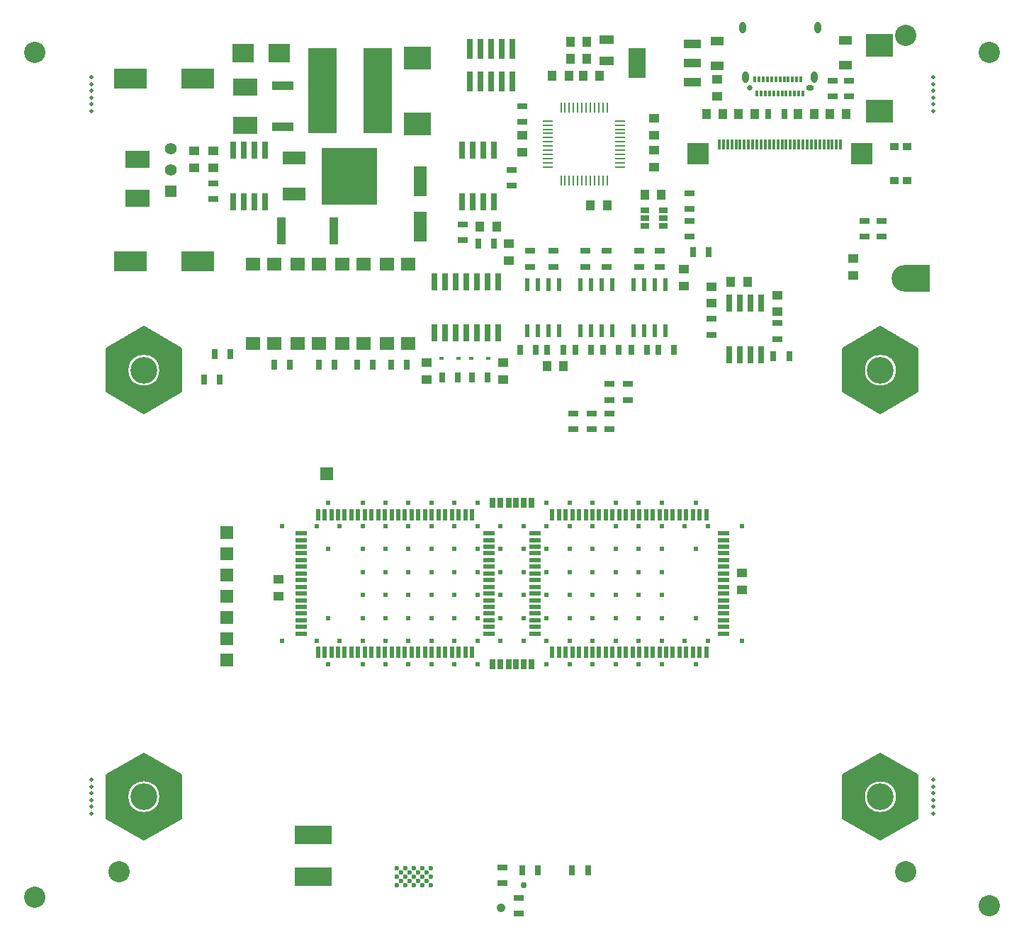
<source format=gbr>
G04 #@! TF.FileFunction,Soldermask,Bot*
%FSLAX46Y46*%
G04 Gerber Fmt 4.6, Leading zero omitted, Abs format (unit mm)*
G04 Created by KiCad (PCBNEW 4.0.7-e2-6376~58~ubuntu16.04.1) date Mon Aug 20 17:04:09 2018*
%MOMM*%
%LPD*%
G01*
G04 APERTURE LIST*
%ADD10C,0.100000*%
%ADD11C,2.250000*%
%ADD12C,0.150000*%
%ADD13C,1.000000*%
%ADD14C,2.540000*%
%ADD15R,1.000000X1.250000*%
%ADD16R,1.800000X1.000000*%
%ADD17R,1.250000X1.000000*%
%ADD18R,1.700000X1.600000*%
%ADD19R,4.000500X2.400300*%
%ADD20R,1.300000X0.700000*%
%ADD21R,0.610000X1.520000*%
%ADD22R,0.700000X1.300000*%
%ADD23R,0.800000X1.300000*%
%ADD24R,2.780000X1.550000*%
%ADD25R,6.730000X6.740000*%
%ADD26R,1.397000X1.397000*%
%ADD27C,1.397000*%
%ADD28R,0.660400X2.032000*%
%ADD29R,1.000000X3.200000*%
%ADD30R,2.500000X1.000000*%
%ADD31R,2.500000X2.300000*%
%ADD32R,1.501140X1.501140*%
%ADD33R,1.600200X3.599180*%
%ADD34R,3.500000X10.200000*%
%ADD35R,3.000000X2.000000*%
%ADD36R,1.060000X0.650000*%
%ADD37R,0.600000X0.450000*%
%ADD38C,0.604800*%
%ADD39R,1.300000X0.250000*%
%ADD40R,0.250000X1.300000*%
%ADD41R,2.032000X3.657600*%
%ADD42R,2.032000X1.016000*%
%ADD43R,1.000000X0.900000*%
%ADD44O,0.800000X1.400000*%
%ADD45R,0.300000X0.700000*%
%ADD46O,0.950000X0.650000*%
%ADD47C,0.650000*%
%ADD48R,1.600000X1.000000*%
%ADD49C,3.200000*%
%ADD50R,3.000000X3.200000*%
%ADD51R,0.500000X1.480000*%
%ADD52R,1.480000X0.500000*%
%ADD53C,0.600000*%
%ADD54R,4.500000X2.200000*%
%ADD55R,0.300000X1.250000*%
%ADD56R,2.500000X2.500000*%
%ADD57R,1.500000X1.500000*%
%ADD58R,3.200000X2.700000*%
%ADD59R,0.740000X2.400000*%
%ADD60C,0.750000*%
%ADD61C,1.050000*%
%ADD62C,0.500000*%
G04 APERTURE END LIST*
D10*
D11*
X146982767Y-74000000D02*
G75*
G03X146982767Y-74000000I-2982767J0D01*
G01*
D12*
X139500000Y-71402000D02*
X139500000Y-76598000D01*
X148500000Y-71402000D02*
X148500000Y-76598000D01*
X144000000Y-68804000D02*
X148500000Y-71402000D01*
X139500000Y-71402000D02*
X144000000Y-68804000D01*
X144000000Y-79196000D02*
X139500000Y-76598000D01*
X148500000Y-76598000D02*
X144000000Y-79196000D01*
D13*
X140000000Y-71700000D02*
X144000000Y-69400000D01*
X140000000Y-76300000D02*
X140000000Y-71700000D01*
X144000000Y-78600000D02*
X140000000Y-76300000D01*
X148000000Y-76300000D02*
X144000000Y-78600000D01*
X148000000Y-71700000D02*
X148000000Y-76300000D01*
X144000000Y-69400000D02*
X148000000Y-71700000D01*
D11*
X146982767Y-125000000D02*
G75*
G03X146982767Y-125000000I-2982767J0D01*
G01*
D12*
X139500000Y-122402000D02*
X139500000Y-127598000D01*
X148500000Y-122402000D02*
X148500000Y-127598000D01*
X144000000Y-119804000D02*
X148500000Y-122402000D01*
X139500000Y-122402000D02*
X144000000Y-119804000D01*
X144000000Y-130196000D02*
X139500000Y-127598000D01*
X148500000Y-127598000D02*
X144000000Y-130196000D01*
D13*
X140000000Y-122700000D02*
X144000000Y-120400000D01*
X140000000Y-127300000D02*
X140000000Y-122700000D01*
X144000000Y-129600000D02*
X140000000Y-127300000D01*
X148000000Y-127300000D02*
X144000000Y-129600000D01*
X148000000Y-122700000D02*
X148000000Y-127300000D01*
X144000000Y-120400000D02*
X148000000Y-122700000D01*
D11*
X58982767Y-125000000D02*
G75*
G03X58982767Y-125000000I-2982767J0D01*
G01*
D12*
X51500000Y-122402000D02*
X51500000Y-127598000D01*
X60500000Y-122402000D02*
X60500000Y-127598000D01*
X56000000Y-119804000D02*
X60500000Y-122402000D01*
X51500000Y-122402000D02*
X56000000Y-119804000D01*
X56000000Y-130196000D02*
X51500000Y-127598000D01*
X60500000Y-127598000D02*
X56000000Y-130196000D01*
D13*
X52000000Y-122700000D02*
X56000000Y-120400000D01*
X52000000Y-127300000D02*
X52000000Y-122700000D01*
X56000000Y-129600000D02*
X52000000Y-127300000D01*
X60000000Y-127300000D02*
X56000000Y-129600000D01*
X60000000Y-122700000D02*
X60000000Y-127300000D01*
X56000000Y-120400000D02*
X60000000Y-122700000D01*
D11*
X58982767Y-74000000D02*
G75*
G03X58982767Y-74000000I-2982767J0D01*
G01*
D12*
X51500000Y-71402000D02*
X51500000Y-76598000D01*
X60500000Y-71402000D02*
X60500000Y-76598000D01*
X56000000Y-68804000D02*
X60500000Y-71402000D01*
X51500000Y-71402000D02*
X56000000Y-68804000D01*
X56000000Y-79196000D02*
X51500000Y-76598000D01*
X60500000Y-76598000D02*
X56000000Y-79196000D01*
D13*
X52000000Y-71700000D02*
X56000000Y-69400000D01*
X52000000Y-76300000D02*
X52000000Y-71700000D01*
X56000000Y-78600000D02*
X52000000Y-76300000D01*
X60000000Y-76300000D02*
X56000000Y-78600000D01*
X60000000Y-71700000D02*
X60000000Y-76300000D01*
X56000000Y-69400000D02*
X60000000Y-71700000D01*
D14*
X157000000Y-36000000D03*
X157000000Y-138000000D03*
X43000000Y-137000000D03*
X43000000Y-36000000D03*
D15*
X108950000Y-34757000D03*
X106950000Y-34757000D03*
D16*
X111252000Y-34523000D03*
X111252000Y-37023000D03*
D17*
X101219000Y-45949000D03*
X101219000Y-47949000D03*
D18*
X85011000Y-70817000D03*
X87551000Y-70817000D03*
X87551000Y-61317000D03*
X85011000Y-61317000D03*
D19*
X54419500Y-60960000D03*
X62420500Y-60960000D03*
D20*
X102156000Y-61619500D03*
X102156000Y-59719500D03*
D21*
X118285000Y-69244000D03*
X117015000Y-69244000D03*
X115745000Y-69244000D03*
X114475000Y-69244000D03*
X114475000Y-63779000D03*
X115745000Y-63779000D03*
X117015000Y-63779000D03*
X118285000Y-63779000D03*
X111935000Y-63779000D03*
X110665000Y-63779000D03*
X109395000Y-63779000D03*
X108125000Y-63779000D03*
X108125000Y-69244000D03*
X109395000Y-69244000D03*
X110665000Y-69244000D03*
X111935000Y-69244000D03*
D22*
X102852000Y-71591500D03*
X100952000Y-71591500D03*
D20*
X64262000Y-53528000D03*
X64262000Y-51628000D03*
X101219000Y-42443000D03*
X101219000Y-44343000D03*
D22*
X107177800Y-133766200D03*
X109077800Y-133766200D03*
X101183400Y-133766200D03*
X103083400Y-133766200D03*
D20*
X100812600Y-137083400D03*
X100812600Y-138983400D03*
X98882200Y-133425800D03*
X98882200Y-135325800D03*
D22*
X133126000Y-72363040D03*
X131226000Y-72363040D03*
D20*
X131668000Y-70265040D03*
X131668000Y-68365040D03*
X123794000Y-69757040D03*
X123794000Y-67857040D03*
D22*
X116139000Y-71587000D03*
X114239000Y-71587000D03*
X109456000Y-71591500D03*
X107556000Y-71591500D03*
X104206000Y-71587000D03*
X106106000Y-71587000D03*
X110858000Y-71591500D03*
X112758000Y-71591500D03*
X95189000Y-74889000D03*
X97089000Y-74889000D03*
X71567000Y-73365000D03*
X73467000Y-73365000D03*
X76901000Y-73365000D03*
X78801000Y-73365000D03*
X87437000Y-73365000D03*
X85537000Y-73365000D03*
X81473000Y-73365000D03*
X83373000Y-73365000D03*
D20*
X117650000Y-61619500D03*
X117650000Y-59719500D03*
D22*
X117462000Y-71591500D03*
X119362000Y-71591500D03*
D20*
X140208000Y-41295000D03*
X140208000Y-39395000D03*
X144145000Y-56159000D03*
X144145000Y-58059000D03*
D22*
X121605000Y-59903000D03*
X123505000Y-59903000D03*
D20*
X142113000Y-56159000D03*
X142113000Y-58059000D03*
X115175000Y-61625000D03*
X115175000Y-59725000D03*
X108760000Y-61619500D03*
X108760000Y-59719500D03*
X104975000Y-61625000D03*
X104975000Y-59725000D03*
X111300000Y-61619500D03*
X111300000Y-59719500D03*
X99949000Y-51963000D03*
X99949000Y-50063000D03*
D22*
X93533000Y-74889000D03*
X91633000Y-74889000D03*
X95951000Y-58887000D03*
X97851000Y-58887000D03*
D23*
X98625000Y-89875000D03*
D22*
X97675000Y-89875000D03*
X99575000Y-89875000D03*
D24*
X73932000Y-48620000D03*
D25*
X80567000Y-50800000D03*
D24*
X73932000Y-52980000D03*
D18*
X74343000Y-70817000D03*
X76883000Y-70817000D03*
X76883000Y-61317000D03*
X74343000Y-61317000D03*
X69009000Y-70817000D03*
X71549000Y-70817000D03*
X71549000Y-61317000D03*
X69009000Y-61317000D03*
X79677000Y-70817000D03*
X82217000Y-70817000D03*
X82217000Y-61317000D03*
X79677000Y-61317000D03*
D21*
X105585000Y-69244000D03*
X104315000Y-69244000D03*
X103045000Y-69244000D03*
X101775000Y-69244000D03*
X101775000Y-63779000D03*
X103045000Y-63779000D03*
X104315000Y-63779000D03*
X105585000Y-63779000D03*
D17*
X123794000Y-65997040D03*
X123794000Y-63997040D03*
D26*
X59230000Y-52605000D03*
D27*
X59230000Y-50065000D03*
X59230000Y-47525000D03*
D28*
X129763000Y-72134440D03*
X128493000Y-72134440D03*
X127223000Y-72134440D03*
X125953000Y-72134440D03*
X125953000Y-65987640D03*
X127223000Y-65987640D03*
X128493000Y-65987640D03*
X129763000Y-65987640D03*
D29*
X72465000Y-57363000D03*
X78665000Y-57363000D03*
D30*
X72565000Y-44895000D03*
X72565000Y-39995000D03*
D17*
X61976000Y-49768000D03*
X61976000Y-47768000D03*
X64262000Y-47768000D03*
X64262000Y-49768000D03*
X127432000Y-98246000D03*
X127432000Y-100246000D03*
X72060000Y-101008000D03*
X72060000Y-99008000D03*
D31*
X67875000Y-36095000D03*
X72175000Y-36095000D03*
D14*
X147000000Y-34000000D03*
X147000000Y-134000000D03*
X53000000Y-134000000D03*
D17*
X131668000Y-65013040D03*
X131668000Y-67013040D03*
D15*
X126127000Y-63459000D03*
X128127000Y-63459000D03*
D23*
X101375000Y-109125000D03*
D22*
X100425000Y-109125000D03*
X102325000Y-109125000D03*
D23*
X101375000Y-89875000D03*
D22*
X100425000Y-89875000D03*
X102325000Y-89875000D03*
D23*
X98625000Y-109125000D03*
D22*
X99575000Y-109125000D03*
X97675000Y-109125000D03*
D19*
X62420500Y-39116000D03*
X54419500Y-39116000D03*
D15*
X106791000Y-38821000D03*
X104791000Y-38821000D03*
D17*
X140716000Y-62681000D03*
X140716000Y-60681000D03*
D15*
X108950000Y-36789000D03*
X106950000Y-36789000D03*
D17*
X116967000Y-45917000D03*
X116967000Y-43917000D03*
D32*
X65913000Y-103591000D03*
X65913000Y-108671000D03*
X65913000Y-95971000D03*
X65913000Y-93431000D03*
X65913000Y-106131000D03*
X65913000Y-98511000D03*
X65913000Y-101051000D03*
D33*
X89000000Y-51374180D03*
X89000000Y-56875820D03*
D34*
X83945000Y-40599000D03*
X77345000Y-40599000D03*
D15*
X125206000Y-43393000D03*
X123206000Y-43393000D03*
X137938000Y-43393000D03*
X139938000Y-43393000D03*
X127016000Y-43393000D03*
X129016000Y-43393000D03*
X136128000Y-43393000D03*
X134128000Y-43393000D03*
X117840000Y-53045000D03*
X115840000Y-53045000D03*
D35*
X68120000Y-40145000D03*
X68120000Y-44745000D03*
D17*
X120523000Y-63951000D03*
X120523000Y-61951000D03*
D28*
X66675000Y-47726600D03*
X67945000Y-47726600D03*
X69215000Y-47726600D03*
X70485000Y-47726600D03*
X70485000Y-53873400D03*
X69215000Y-53873400D03*
X67945000Y-53873400D03*
X66675000Y-53873400D03*
X93980000Y-47685600D03*
X95250000Y-47685600D03*
X96520000Y-47685600D03*
X97790000Y-47685600D03*
X97790000Y-53832400D03*
X96520000Y-53832400D03*
X95250000Y-53832400D03*
X93980000Y-53832400D03*
D36*
X115867000Y-56789000D03*
X115867000Y-55839000D03*
X115867000Y-54889000D03*
X118067000Y-54889000D03*
X118067000Y-56789000D03*
X118067000Y-55839000D03*
D17*
X89789000Y-73127000D03*
X89789000Y-75127000D03*
X98933000Y-75127000D03*
X98933000Y-73127000D03*
D15*
X96155000Y-56855000D03*
X98155000Y-56855000D03*
D37*
X91533000Y-72603000D03*
X93633000Y-72603000D03*
X97189000Y-72603000D03*
X95089000Y-72603000D03*
D28*
X90690000Y-63426600D03*
X91960000Y-63426600D03*
X93230000Y-63426600D03*
X94500000Y-63426600D03*
X95770000Y-63426600D03*
X97040000Y-63426600D03*
X98310000Y-63426600D03*
X98310000Y-69573400D03*
X97040000Y-69573400D03*
X94500000Y-69573400D03*
X93230000Y-69573400D03*
X91960000Y-69573400D03*
X90690000Y-69573400D03*
X95770000Y-69573400D03*
D15*
X108474000Y-38821000D03*
X110474000Y-38821000D03*
D38*
X82125000Y-92625000D03*
X82125000Y-106375000D03*
X84875000Y-92625000D03*
X84875000Y-95375000D03*
X84875000Y-98125000D03*
X84875000Y-100875000D03*
X84875000Y-103625000D03*
X84875000Y-106375000D03*
X87625000Y-92625000D03*
X87625000Y-95375000D03*
X87625000Y-98125000D03*
X87625000Y-100875000D03*
X87625000Y-103625000D03*
X87625000Y-106375000D03*
X90375000Y-92625000D03*
X90375000Y-95375000D03*
X90375000Y-98125000D03*
X90375000Y-100875000D03*
X90375000Y-103625000D03*
X90375000Y-106375000D03*
X93125000Y-92625000D03*
X93125000Y-95375000D03*
X93125000Y-98125000D03*
X93125000Y-100875000D03*
X93125000Y-103625000D03*
X93125000Y-106375000D03*
X95875000Y-92625000D03*
X95875000Y-95375000D03*
X95875000Y-98125000D03*
X95875000Y-100875000D03*
X95875000Y-103625000D03*
X95875000Y-106375000D03*
X98625000Y-92625000D03*
X98625000Y-95375000D03*
X98625000Y-98125000D03*
X98625000Y-100875000D03*
X98625000Y-103625000D03*
X98625000Y-106375000D03*
X101375000Y-92625000D03*
X101375000Y-95375000D03*
X101375000Y-98125000D03*
X101375000Y-100875000D03*
X101375000Y-103625000D03*
X101375000Y-106375000D03*
X104125000Y-92625000D03*
X104125000Y-95375000D03*
X104125000Y-98125000D03*
X104125000Y-100875000D03*
X104125000Y-103625000D03*
X104125000Y-106375000D03*
X106875000Y-92625000D03*
X106875000Y-95375000D03*
X106875000Y-98125000D03*
X106875000Y-100875000D03*
X106875000Y-103625000D03*
X106875000Y-106375000D03*
X109625000Y-92625000D03*
X109625000Y-95375000D03*
X109625000Y-98125000D03*
X109625000Y-100875000D03*
X109625000Y-103625000D03*
X109625000Y-106375000D03*
X112375000Y-92625000D03*
X112375000Y-95375000D03*
X112375000Y-98125000D03*
X112375000Y-100875000D03*
X112375000Y-103625000D03*
X112375000Y-106375000D03*
X115125000Y-92625000D03*
X115125000Y-95375000D03*
X115125000Y-98125000D03*
X115125000Y-100875000D03*
X115125000Y-103625000D03*
X115125000Y-106375000D03*
X117875000Y-92625000D03*
X117875000Y-106375000D03*
X84875000Y-89875000D03*
X84875000Y-109125000D03*
X87625000Y-89875000D03*
X87625000Y-109125000D03*
X90375000Y-89875000D03*
X90375000Y-109125000D03*
X93125000Y-89875000D03*
X93125000Y-109125000D03*
X95875000Y-89875000D03*
X95875000Y-109125000D03*
X98625000Y-89875000D03*
X98625000Y-109125000D03*
X101375000Y-89875000D03*
X101375000Y-109125000D03*
X104125000Y-89875000D03*
X104125000Y-109125000D03*
X106875000Y-89875000D03*
X106875000Y-109125000D03*
X109625000Y-89875000D03*
X109625000Y-109125000D03*
X112375000Y-89875000D03*
X112375000Y-109125000D03*
X115125000Y-89875000D03*
X115125000Y-109125000D03*
X82125000Y-95375000D03*
X82125000Y-98125000D03*
X82125000Y-100875000D03*
X82125000Y-103625000D03*
X117875000Y-95375000D03*
X117875000Y-98125000D03*
X117875000Y-100875000D03*
X117875000Y-103625000D03*
X82125000Y-89875000D03*
X82125000Y-109125000D03*
X117875000Y-89875000D03*
D39*
X112935000Y-44199000D03*
X112935000Y-44699000D03*
X112935000Y-45199000D03*
X112935000Y-45699000D03*
X112935000Y-46199000D03*
X112935000Y-46699000D03*
X112935000Y-47199000D03*
X112935000Y-47699000D03*
X112935000Y-48199000D03*
X112935000Y-48699000D03*
X112935000Y-49199000D03*
X112935000Y-49699000D03*
D40*
X111335000Y-51299000D03*
X110835000Y-51299000D03*
X110335000Y-51299000D03*
X109835000Y-51299000D03*
X109335000Y-51299000D03*
X108835000Y-51299000D03*
X108335000Y-51299000D03*
X107835000Y-51299000D03*
X107335000Y-51299000D03*
X106835000Y-51299000D03*
X106335000Y-51299000D03*
X105835000Y-51299000D03*
D39*
X104235000Y-49699000D03*
X104235000Y-49199000D03*
X104235000Y-48699000D03*
X104235000Y-48199000D03*
X104235000Y-47699000D03*
X104235000Y-47199000D03*
X104235000Y-46699000D03*
X104235000Y-46199000D03*
X104235000Y-45699000D03*
X104235000Y-45199000D03*
X104235000Y-44699000D03*
X104235000Y-44199000D03*
D40*
X105835000Y-42599000D03*
X106335000Y-42599000D03*
X106835000Y-42599000D03*
X107335000Y-42599000D03*
X107835000Y-42599000D03*
X108335000Y-42599000D03*
X108835000Y-42599000D03*
X109335000Y-42599000D03*
X109835000Y-42599000D03*
X110335000Y-42599000D03*
X110835000Y-42599000D03*
X111335000Y-42599000D03*
D15*
X111363000Y-54315000D03*
X109363000Y-54315000D03*
D17*
X116967000Y-47727000D03*
X116967000Y-49727000D03*
D41*
X114898000Y-37297000D03*
D42*
X121502000Y-37297000D03*
X121502000Y-39583000D03*
X121502000Y-35011000D03*
D43*
X147231000Y-51348500D03*
X145631000Y-51348500D03*
X147231000Y-47248500D03*
X145631000Y-47248500D03*
D44*
X127870000Y-39010000D03*
D45*
X129250000Y-40920000D03*
X129750000Y-40920000D03*
X130250000Y-40920000D03*
X130750000Y-40920000D03*
X131250000Y-40920000D03*
X131750000Y-40920000D03*
X132250000Y-40920000D03*
X134750000Y-40920000D03*
X133750000Y-40920000D03*
X133250000Y-40920000D03*
X132750000Y-40920000D03*
X134250000Y-40920000D03*
X134500000Y-39220000D03*
D44*
X136130000Y-39010000D03*
X136490000Y-33060000D03*
X127510000Y-33060000D03*
D46*
X135600000Y-40260000D03*
D47*
X128400000Y-40260000D03*
D45*
X134000000Y-39220000D03*
X133500000Y-39220000D03*
X133000000Y-39220000D03*
X132500000Y-39220000D03*
X132000000Y-39220000D03*
X131500000Y-39220000D03*
X131000000Y-39220000D03*
X130500000Y-39220000D03*
X130000000Y-39220000D03*
X129500000Y-39220000D03*
X129000000Y-39220000D03*
D48*
X139827000Y-34527000D03*
X139827000Y-37527000D03*
X124495000Y-37645000D03*
X124495000Y-34645000D03*
D17*
X124500000Y-41218000D03*
X124500000Y-39218000D03*
D49*
X146963000Y-63000000D03*
D50*
X148463000Y-63000000D03*
D51*
X104800000Y-91260000D03*
X105600000Y-91260000D03*
X106400000Y-91260000D03*
X107200000Y-91260000D03*
X108000000Y-91260000D03*
X108800000Y-91260000D03*
X109600000Y-91260000D03*
X110400000Y-91260000D03*
X111200000Y-91260000D03*
X112000000Y-91260000D03*
X112800000Y-91260000D03*
X113600000Y-91260000D03*
X114400000Y-91260000D03*
X115200000Y-91260000D03*
X116000000Y-91260000D03*
X116800000Y-91260000D03*
X117600000Y-91260000D03*
X118400000Y-91260000D03*
X119200000Y-91260000D03*
X120000000Y-91260000D03*
X120800000Y-91260000D03*
X121600000Y-91260000D03*
X122400000Y-91260000D03*
X123200000Y-91260000D03*
D52*
X125240000Y-93500000D03*
X125240000Y-94300000D03*
X125240000Y-95100000D03*
X125240000Y-95900000D03*
X125240000Y-96700000D03*
X125240000Y-97500000D03*
X125240000Y-98300000D03*
X125240000Y-99100000D03*
X125240000Y-99900000D03*
X125240000Y-100700000D03*
X125240000Y-101500000D03*
X125240000Y-102300000D03*
X125240000Y-103100000D03*
X125240000Y-103900000D03*
X125240000Y-104700000D03*
X125240000Y-105500000D03*
D51*
X123200000Y-107740000D03*
X122400000Y-107740000D03*
X121600000Y-107740000D03*
X120800000Y-107740000D03*
X120000000Y-107740000D03*
X119200000Y-107740000D03*
X118400000Y-107740000D03*
X117600000Y-107740000D03*
X116800000Y-107740000D03*
X116000000Y-107740000D03*
X115200000Y-107740000D03*
X114400000Y-107740000D03*
X113600000Y-107740000D03*
X112800000Y-107740000D03*
X112000000Y-107740000D03*
X111200000Y-107740000D03*
X110400000Y-107740000D03*
X109600000Y-107740000D03*
X108800000Y-107740000D03*
X108000000Y-107740000D03*
X107200000Y-107740000D03*
X106400000Y-107740000D03*
X105600000Y-107740000D03*
X104800000Y-107740000D03*
D52*
X102760000Y-105500000D03*
X102760000Y-104700000D03*
X102760000Y-103900000D03*
X102760000Y-103100000D03*
X102760000Y-102300000D03*
X102760000Y-101500000D03*
X102760000Y-100700000D03*
X102760000Y-99900000D03*
X102760000Y-99100000D03*
X102760000Y-98300000D03*
X102760000Y-97500000D03*
X102760000Y-96700000D03*
X102760000Y-95900000D03*
X102760000Y-95100000D03*
X102760000Y-94300000D03*
X102760000Y-93500000D03*
D51*
X95200000Y-107740000D03*
X94400000Y-107740000D03*
X93600000Y-107740000D03*
X92800000Y-107740000D03*
X92000000Y-107740000D03*
X91200000Y-107740000D03*
X90400000Y-107740000D03*
X89600000Y-107740000D03*
X88800000Y-107740000D03*
X88000000Y-107740000D03*
X87200000Y-107740000D03*
X86400000Y-107740000D03*
X85600000Y-107740000D03*
X84800000Y-107740000D03*
X84000000Y-107740000D03*
X83200000Y-107740000D03*
X82400000Y-107740000D03*
X81600000Y-107740000D03*
X80800000Y-107740000D03*
X80000000Y-107740000D03*
X79200000Y-107740000D03*
X78400000Y-107740000D03*
X77600000Y-107740000D03*
X76800000Y-107740000D03*
D52*
X74760000Y-105500000D03*
X74760000Y-104700000D03*
X74760000Y-103900000D03*
X74760000Y-103100000D03*
X74760000Y-102300000D03*
X74760000Y-101500000D03*
X74760000Y-100700000D03*
X74760000Y-99900000D03*
X74760000Y-99100000D03*
X74760000Y-98300000D03*
X74760000Y-97500000D03*
X74760000Y-96700000D03*
X74760000Y-95900000D03*
X74760000Y-95100000D03*
X74760000Y-94300000D03*
X74760000Y-93500000D03*
D51*
X76800000Y-91260000D03*
X77600000Y-91260000D03*
X78400000Y-91260000D03*
X79200000Y-91260000D03*
X80000000Y-91260000D03*
X80800000Y-91260000D03*
X81600000Y-91260000D03*
X82400000Y-91260000D03*
X83200000Y-91260000D03*
X84000000Y-91260000D03*
X84800000Y-91260000D03*
X85600000Y-91260000D03*
X86400000Y-91260000D03*
X87200000Y-91260000D03*
X88000000Y-91260000D03*
X88800000Y-91260000D03*
X89600000Y-91260000D03*
X90400000Y-91260000D03*
X91200000Y-91260000D03*
X92000000Y-91260000D03*
X92800000Y-91260000D03*
X93600000Y-91260000D03*
X94400000Y-91260000D03*
X95200000Y-91260000D03*
D52*
X97240000Y-93500000D03*
X97240000Y-94300000D03*
X97240000Y-95100000D03*
X97240000Y-95900000D03*
X97240000Y-96700000D03*
X97240000Y-97500000D03*
X97240000Y-98300000D03*
X97240000Y-99100000D03*
X97240000Y-99900000D03*
X97240000Y-100700000D03*
X97240000Y-101500000D03*
X97240000Y-102300000D03*
X97240000Y-103100000D03*
X97240000Y-103900000D03*
X97240000Y-104700000D03*
X97240000Y-105500000D03*
D38*
X76625000Y-92625000D03*
D53*
X90265000Y-135539000D03*
X89265000Y-135539000D03*
X88265000Y-135539000D03*
X87265000Y-135539000D03*
X86265000Y-135539000D03*
X90265000Y-134539000D03*
X89765000Y-135039000D03*
X89265000Y-134539000D03*
X88765000Y-135039000D03*
X88265000Y-134539000D03*
X87765000Y-135039000D03*
X87265000Y-134539000D03*
X86765000Y-135039000D03*
X86265000Y-134539000D03*
X90265000Y-133539000D03*
X89765000Y-134039000D03*
X89265000Y-133539000D03*
X88765000Y-134039000D03*
X88265000Y-133539000D03*
X87765000Y-134039000D03*
X87265000Y-133539000D03*
X86765000Y-134039000D03*
X86265000Y-133539000D03*
D54*
X76265000Y-129539000D03*
X76265000Y-134539000D03*
D55*
X139250000Y-47025000D03*
X137250000Y-47025000D03*
X137750000Y-47025000D03*
X138750000Y-47025000D03*
X138250000Y-47025000D03*
X136250000Y-47025000D03*
X136750000Y-47025000D03*
X135750000Y-47025000D03*
X135250000Y-47025000D03*
X132250000Y-47025000D03*
X132750000Y-47025000D03*
X133750000Y-47025000D03*
X133250000Y-47025000D03*
X134750000Y-47025000D03*
X134250000Y-47025000D03*
X126750000Y-47025000D03*
X127250000Y-47025000D03*
X125750000Y-47025000D03*
X126250000Y-47025000D03*
X125250000Y-47025000D03*
X124750000Y-47025000D03*
X127750000Y-47025000D03*
X128250000Y-47025000D03*
X129250000Y-47025000D03*
X128750000Y-47025000D03*
X130750000Y-47025000D03*
X131250000Y-47025000D03*
X130250000Y-47025000D03*
X129750000Y-47025000D03*
D56*
X122250000Y-48125000D03*
X141750000Y-48125000D03*
D55*
X131750000Y-47025000D03*
D20*
X121158000Y-54757000D03*
X121158000Y-52857000D03*
X121158000Y-56159000D03*
X121158000Y-58059000D03*
D49*
X144000000Y-74000000D03*
X144000000Y-125000000D03*
X56000000Y-125000000D03*
X56000000Y-74000000D03*
D57*
X77875000Y-86375000D03*
D35*
X55225000Y-48825000D03*
X55225000Y-53425000D03*
D17*
X99568000Y-58903000D03*
X99568000Y-60903000D03*
D20*
X109474000Y-79146000D03*
X109474000Y-81046000D03*
X111633000Y-79146000D03*
X111633000Y-81046000D03*
X113792000Y-75653500D03*
X113792000Y-77553500D03*
X111633000Y-75653500D03*
X111633000Y-77553500D03*
X107315000Y-79146000D03*
X107315000Y-81046000D03*
D22*
X63185000Y-75143000D03*
X65085000Y-75143000D03*
X66355000Y-72095000D03*
X64455000Y-72095000D03*
D38*
X117875000Y-109125000D03*
D58*
X143900000Y-35125000D03*
X143900000Y-43025000D03*
X88646000Y-36690000D03*
X88646000Y-44590000D03*
D59*
X100040000Y-39475600D03*
X100040000Y-35575600D03*
X98770000Y-39475600D03*
X98770000Y-35575600D03*
X97500000Y-39475600D03*
X97500000Y-35575600D03*
X96230000Y-39475600D03*
X96230000Y-35575600D03*
X94960000Y-39475600D03*
X94960000Y-35575600D03*
D20*
X94107000Y-56540000D03*
X94107000Y-58440000D03*
D15*
X106156000Y-73492000D03*
X104156000Y-73492000D03*
D20*
X138303000Y-41295000D03*
X138303000Y-39395000D03*
D60*
X101343303Y-135572297D03*
D61*
X98656297Y-138259303D03*
D22*
X130622000Y-43393000D03*
X132522000Y-43393000D03*
D38*
X79375000Y-92625000D03*
X78000000Y-89875000D03*
X78000000Y-95375000D03*
X72500000Y-92625000D03*
X78000000Y-109125000D03*
X122000000Y-103625000D03*
X72500000Y-106375000D03*
X76625000Y-106375000D03*
X78000000Y-103625000D03*
X79375000Y-106375000D03*
X120625000Y-92625000D03*
X122000000Y-89875000D03*
X123375000Y-92625000D03*
X127500000Y-92625000D03*
X127500000Y-106375000D03*
X123375000Y-106375000D03*
X122000000Y-109125000D03*
X120625000Y-106375000D03*
X122000000Y-95375000D03*
D62*
X150300000Y-39000000D03*
X150300000Y-39800000D03*
X49700000Y-39000000D03*
X150300000Y-40600000D03*
X150300000Y-41400000D03*
X150300000Y-42200000D03*
X150300000Y-43000000D03*
X150300000Y-123000000D03*
X150300000Y-123800000D03*
X150300000Y-124600000D03*
X150300000Y-125400000D03*
X150300000Y-126200000D03*
X150300000Y-127000000D03*
X49700000Y-39800000D03*
X49700000Y-40600000D03*
X49700000Y-41400000D03*
X49700000Y-42200000D03*
X49700000Y-43000000D03*
X49700000Y-123000000D03*
X49700000Y-123800000D03*
X49700000Y-124600000D03*
X49700000Y-125400000D03*
X49700000Y-126200000D03*
X49700000Y-127000000D03*
M02*

</source>
